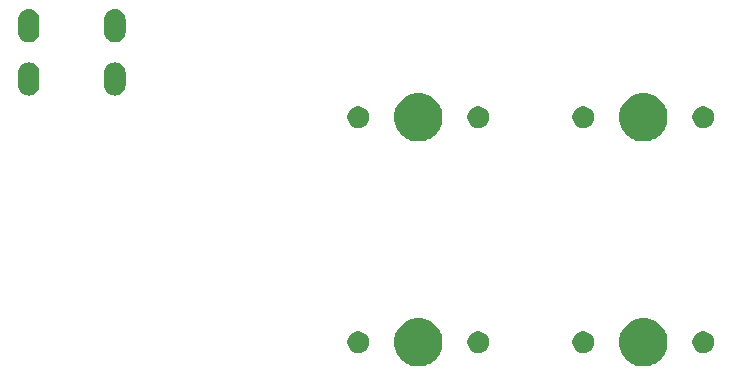
<source format=gts>
G04 #@! TF.GenerationSoftware,KiCad,Pcbnew,(5.1.4-0-10_14)*
G04 #@! TF.CreationDate,2021-03-21T04:54:58+00:00*
G04 #@! TF.ProjectId,aio3,61696f33-2e6b-4696-9361-645f70636258,rev?*
G04 #@! TF.SameCoordinates,Original*
G04 #@! TF.FileFunction,Soldermask,Top*
G04 #@! TF.FilePolarity,Negative*
%FSLAX46Y46*%
G04 Gerber Fmt 4.6, Leading zero omitted, Abs format (unit mm)*
G04 Created by KiCad (PCBNEW (5.1.4-0-10_14)) date 2021-03-21 04:54:58*
%MOMM*%
%LPD*%
G04 APERTURE LIST*
%ADD10C,0.100000*%
G04 APERTURE END LIST*
D10*
G36*
X131596974Y-88330684D02*
G01*
X131814974Y-88420983D01*
X131969123Y-88484833D01*
X132304048Y-88708623D01*
X132588877Y-88993452D01*
X132812667Y-89328377D01*
X132845062Y-89406586D01*
X132966816Y-89700526D01*
X133045400Y-90095594D01*
X133045400Y-90498406D01*
X132966816Y-90893474D01*
X132915951Y-91016272D01*
X132812667Y-91265623D01*
X132588877Y-91600548D01*
X132304048Y-91885377D01*
X131969123Y-92109167D01*
X131814974Y-92173017D01*
X131596974Y-92263316D01*
X131201906Y-92341900D01*
X130799094Y-92341900D01*
X130404026Y-92263316D01*
X130186026Y-92173017D01*
X130031877Y-92109167D01*
X129696952Y-91885377D01*
X129412123Y-91600548D01*
X129188333Y-91265623D01*
X129085049Y-91016272D01*
X129034184Y-90893474D01*
X128955600Y-90498406D01*
X128955600Y-90095594D01*
X129034184Y-89700526D01*
X129155938Y-89406586D01*
X129188333Y-89328377D01*
X129412123Y-88993452D01*
X129696952Y-88708623D01*
X130031877Y-88484833D01*
X130186026Y-88420983D01*
X130404026Y-88330684D01*
X130799094Y-88252100D01*
X131201906Y-88252100D01*
X131596974Y-88330684D01*
X131596974Y-88330684D01*
G37*
G36*
X112546974Y-88330684D02*
G01*
X112764974Y-88420983D01*
X112919123Y-88484833D01*
X113254048Y-88708623D01*
X113538877Y-88993452D01*
X113762667Y-89328377D01*
X113795062Y-89406586D01*
X113916816Y-89700526D01*
X113995400Y-90095594D01*
X113995400Y-90498406D01*
X113916816Y-90893474D01*
X113865951Y-91016272D01*
X113762667Y-91265623D01*
X113538877Y-91600548D01*
X113254048Y-91885377D01*
X112919123Y-92109167D01*
X112764974Y-92173017D01*
X112546974Y-92263316D01*
X112151906Y-92341900D01*
X111749094Y-92341900D01*
X111354026Y-92263316D01*
X111136026Y-92173017D01*
X110981877Y-92109167D01*
X110646952Y-91885377D01*
X110362123Y-91600548D01*
X110138333Y-91265623D01*
X110035049Y-91016272D01*
X109984184Y-90893474D01*
X109905600Y-90498406D01*
X109905600Y-90095594D01*
X109984184Y-89700526D01*
X110105938Y-89406586D01*
X110138333Y-89328377D01*
X110362123Y-88993452D01*
X110646952Y-88708623D01*
X110981877Y-88484833D01*
X111136026Y-88420983D01*
X111354026Y-88330684D01*
X111749094Y-88252100D01*
X112151906Y-88252100D01*
X112546974Y-88330684D01*
X112546974Y-88330684D01*
G37*
G36*
X136350604Y-89406585D02*
G01*
X136519126Y-89476389D01*
X136670791Y-89577728D01*
X136799772Y-89706709D01*
X136901111Y-89858374D01*
X136970915Y-90026896D01*
X137006500Y-90205797D01*
X137006500Y-90388203D01*
X136970915Y-90567104D01*
X136901111Y-90735626D01*
X136799772Y-90887291D01*
X136670791Y-91016272D01*
X136519126Y-91117611D01*
X136350604Y-91187415D01*
X136171703Y-91223000D01*
X135989297Y-91223000D01*
X135810396Y-91187415D01*
X135641874Y-91117611D01*
X135490209Y-91016272D01*
X135361228Y-90887291D01*
X135259889Y-90735626D01*
X135190085Y-90567104D01*
X135154500Y-90388203D01*
X135154500Y-90205797D01*
X135190085Y-90026896D01*
X135259889Y-89858374D01*
X135361228Y-89706709D01*
X135490209Y-89577728D01*
X135641874Y-89476389D01*
X135810396Y-89406585D01*
X135989297Y-89371000D01*
X136171703Y-89371000D01*
X136350604Y-89406585D01*
X136350604Y-89406585D01*
G37*
G36*
X126190604Y-89406585D02*
G01*
X126359126Y-89476389D01*
X126510791Y-89577728D01*
X126639772Y-89706709D01*
X126741111Y-89858374D01*
X126810915Y-90026896D01*
X126846500Y-90205797D01*
X126846500Y-90388203D01*
X126810915Y-90567104D01*
X126741111Y-90735626D01*
X126639772Y-90887291D01*
X126510791Y-91016272D01*
X126359126Y-91117611D01*
X126190604Y-91187415D01*
X126011703Y-91223000D01*
X125829297Y-91223000D01*
X125650396Y-91187415D01*
X125481874Y-91117611D01*
X125330209Y-91016272D01*
X125201228Y-90887291D01*
X125099889Y-90735626D01*
X125030085Y-90567104D01*
X124994500Y-90388203D01*
X124994500Y-90205797D01*
X125030085Y-90026896D01*
X125099889Y-89858374D01*
X125201228Y-89706709D01*
X125330209Y-89577728D01*
X125481874Y-89476389D01*
X125650396Y-89406585D01*
X125829297Y-89371000D01*
X126011703Y-89371000D01*
X126190604Y-89406585D01*
X126190604Y-89406585D01*
G37*
G36*
X117300604Y-89406585D02*
G01*
X117469126Y-89476389D01*
X117620791Y-89577728D01*
X117749772Y-89706709D01*
X117851111Y-89858374D01*
X117920915Y-90026896D01*
X117956500Y-90205797D01*
X117956500Y-90388203D01*
X117920915Y-90567104D01*
X117851111Y-90735626D01*
X117749772Y-90887291D01*
X117620791Y-91016272D01*
X117469126Y-91117611D01*
X117300604Y-91187415D01*
X117121703Y-91223000D01*
X116939297Y-91223000D01*
X116760396Y-91187415D01*
X116591874Y-91117611D01*
X116440209Y-91016272D01*
X116311228Y-90887291D01*
X116209889Y-90735626D01*
X116140085Y-90567104D01*
X116104500Y-90388203D01*
X116104500Y-90205797D01*
X116140085Y-90026896D01*
X116209889Y-89858374D01*
X116311228Y-89706709D01*
X116440209Y-89577728D01*
X116591874Y-89476389D01*
X116760396Y-89406585D01*
X116939297Y-89371000D01*
X117121703Y-89371000D01*
X117300604Y-89406585D01*
X117300604Y-89406585D01*
G37*
G36*
X107140604Y-89406585D02*
G01*
X107309126Y-89476389D01*
X107460791Y-89577728D01*
X107589772Y-89706709D01*
X107691111Y-89858374D01*
X107760915Y-90026896D01*
X107796500Y-90205797D01*
X107796500Y-90388203D01*
X107760915Y-90567104D01*
X107691111Y-90735626D01*
X107589772Y-90887291D01*
X107460791Y-91016272D01*
X107309126Y-91117611D01*
X107140604Y-91187415D01*
X106961703Y-91223000D01*
X106779297Y-91223000D01*
X106600396Y-91187415D01*
X106431874Y-91117611D01*
X106280209Y-91016272D01*
X106151228Y-90887291D01*
X106049889Y-90735626D01*
X105980085Y-90567104D01*
X105944500Y-90388203D01*
X105944500Y-90205797D01*
X105980085Y-90026896D01*
X106049889Y-89858374D01*
X106151228Y-89706709D01*
X106280209Y-89577728D01*
X106431874Y-89476389D01*
X106600396Y-89406585D01*
X106779297Y-89371000D01*
X106961703Y-89371000D01*
X107140604Y-89406585D01*
X107140604Y-89406585D01*
G37*
G36*
X131596974Y-69280684D02*
G01*
X131814974Y-69370983D01*
X131969123Y-69434833D01*
X132304048Y-69658623D01*
X132588877Y-69943452D01*
X132812667Y-70278377D01*
X132845062Y-70356586D01*
X132966816Y-70650526D01*
X133045400Y-71045594D01*
X133045400Y-71448406D01*
X132966816Y-71843474D01*
X132915951Y-71966272D01*
X132812667Y-72215623D01*
X132588877Y-72550548D01*
X132304048Y-72835377D01*
X131969123Y-73059167D01*
X131814974Y-73123017D01*
X131596974Y-73213316D01*
X131201906Y-73291900D01*
X130799094Y-73291900D01*
X130404026Y-73213316D01*
X130186026Y-73123017D01*
X130031877Y-73059167D01*
X129696952Y-72835377D01*
X129412123Y-72550548D01*
X129188333Y-72215623D01*
X129085049Y-71966272D01*
X129034184Y-71843474D01*
X128955600Y-71448406D01*
X128955600Y-71045594D01*
X129034184Y-70650526D01*
X129155938Y-70356586D01*
X129188333Y-70278377D01*
X129412123Y-69943452D01*
X129696952Y-69658623D01*
X130031877Y-69434833D01*
X130186026Y-69370983D01*
X130404026Y-69280684D01*
X130799094Y-69202100D01*
X131201906Y-69202100D01*
X131596974Y-69280684D01*
X131596974Y-69280684D01*
G37*
G36*
X112546974Y-69280684D02*
G01*
X112764974Y-69370983D01*
X112919123Y-69434833D01*
X113254048Y-69658623D01*
X113538877Y-69943452D01*
X113762667Y-70278377D01*
X113795062Y-70356586D01*
X113916816Y-70650526D01*
X113995400Y-71045594D01*
X113995400Y-71448406D01*
X113916816Y-71843474D01*
X113865951Y-71966272D01*
X113762667Y-72215623D01*
X113538877Y-72550548D01*
X113254048Y-72835377D01*
X112919123Y-73059167D01*
X112764974Y-73123017D01*
X112546974Y-73213316D01*
X112151906Y-73291900D01*
X111749094Y-73291900D01*
X111354026Y-73213316D01*
X111136026Y-73123017D01*
X110981877Y-73059167D01*
X110646952Y-72835377D01*
X110362123Y-72550548D01*
X110138333Y-72215623D01*
X110035049Y-71966272D01*
X109984184Y-71843474D01*
X109905600Y-71448406D01*
X109905600Y-71045594D01*
X109984184Y-70650526D01*
X110105938Y-70356586D01*
X110138333Y-70278377D01*
X110362123Y-69943452D01*
X110646952Y-69658623D01*
X110981877Y-69434833D01*
X111136026Y-69370983D01*
X111354026Y-69280684D01*
X111749094Y-69202100D01*
X112151906Y-69202100D01*
X112546974Y-69280684D01*
X112546974Y-69280684D01*
G37*
G36*
X117300604Y-70356585D02*
G01*
X117469126Y-70426389D01*
X117620791Y-70527728D01*
X117749772Y-70656709D01*
X117851111Y-70808374D01*
X117920915Y-70976896D01*
X117956500Y-71155797D01*
X117956500Y-71338203D01*
X117920915Y-71517104D01*
X117851111Y-71685626D01*
X117749772Y-71837291D01*
X117620791Y-71966272D01*
X117469126Y-72067611D01*
X117300604Y-72137415D01*
X117121703Y-72173000D01*
X116939297Y-72173000D01*
X116760396Y-72137415D01*
X116591874Y-72067611D01*
X116440209Y-71966272D01*
X116311228Y-71837291D01*
X116209889Y-71685626D01*
X116140085Y-71517104D01*
X116104500Y-71338203D01*
X116104500Y-71155797D01*
X116140085Y-70976896D01*
X116209889Y-70808374D01*
X116311228Y-70656709D01*
X116440209Y-70527728D01*
X116591874Y-70426389D01*
X116760396Y-70356585D01*
X116939297Y-70321000D01*
X117121703Y-70321000D01*
X117300604Y-70356585D01*
X117300604Y-70356585D01*
G37*
G36*
X126190604Y-70356585D02*
G01*
X126359126Y-70426389D01*
X126510791Y-70527728D01*
X126639772Y-70656709D01*
X126741111Y-70808374D01*
X126810915Y-70976896D01*
X126846500Y-71155797D01*
X126846500Y-71338203D01*
X126810915Y-71517104D01*
X126741111Y-71685626D01*
X126639772Y-71837291D01*
X126510791Y-71966272D01*
X126359126Y-72067611D01*
X126190604Y-72137415D01*
X126011703Y-72173000D01*
X125829297Y-72173000D01*
X125650396Y-72137415D01*
X125481874Y-72067611D01*
X125330209Y-71966272D01*
X125201228Y-71837291D01*
X125099889Y-71685626D01*
X125030085Y-71517104D01*
X124994500Y-71338203D01*
X124994500Y-71155797D01*
X125030085Y-70976896D01*
X125099889Y-70808374D01*
X125201228Y-70656709D01*
X125330209Y-70527728D01*
X125481874Y-70426389D01*
X125650396Y-70356585D01*
X125829297Y-70321000D01*
X126011703Y-70321000D01*
X126190604Y-70356585D01*
X126190604Y-70356585D01*
G37*
G36*
X136350604Y-70356585D02*
G01*
X136519126Y-70426389D01*
X136670791Y-70527728D01*
X136799772Y-70656709D01*
X136901111Y-70808374D01*
X136970915Y-70976896D01*
X137006500Y-71155797D01*
X137006500Y-71338203D01*
X136970915Y-71517104D01*
X136901111Y-71685626D01*
X136799772Y-71837291D01*
X136670791Y-71966272D01*
X136519126Y-72067611D01*
X136350604Y-72137415D01*
X136171703Y-72173000D01*
X135989297Y-72173000D01*
X135810396Y-72137415D01*
X135641874Y-72067611D01*
X135490209Y-71966272D01*
X135361228Y-71837291D01*
X135259889Y-71685626D01*
X135190085Y-71517104D01*
X135154500Y-71338203D01*
X135154500Y-71155797D01*
X135190085Y-70976896D01*
X135259889Y-70808374D01*
X135361228Y-70656709D01*
X135490209Y-70527728D01*
X135641874Y-70426389D01*
X135810396Y-70356585D01*
X135989297Y-70321000D01*
X136171703Y-70321000D01*
X136350604Y-70356585D01*
X136350604Y-70356585D01*
G37*
G36*
X107140604Y-70356585D02*
G01*
X107309126Y-70426389D01*
X107460791Y-70527728D01*
X107589772Y-70656709D01*
X107691111Y-70808374D01*
X107760915Y-70976896D01*
X107796500Y-71155797D01*
X107796500Y-71338203D01*
X107760915Y-71517104D01*
X107691111Y-71685626D01*
X107589772Y-71837291D01*
X107460791Y-71966272D01*
X107309126Y-72067611D01*
X107140604Y-72137415D01*
X106961703Y-72173000D01*
X106779297Y-72173000D01*
X106600396Y-72137415D01*
X106431874Y-72067611D01*
X106280209Y-71966272D01*
X106151228Y-71837291D01*
X106049889Y-71685626D01*
X105980085Y-71517104D01*
X105944500Y-71338203D01*
X105944500Y-71155797D01*
X105980085Y-70976896D01*
X106049889Y-70808374D01*
X106151228Y-70656709D01*
X106280209Y-70527728D01*
X106431874Y-70426389D01*
X106600396Y-70356585D01*
X106779297Y-70321000D01*
X106961703Y-70321000D01*
X107140604Y-70356585D01*
X107140604Y-70356585D01*
G37*
G36*
X86440127Y-66612037D02*
G01*
X86609966Y-66663557D01*
X86766491Y-66747222D01*
X86802229Y-66776552D01*
X86903686Y-66859814D01*
X86986948Y-66961271D01*
X87016278Y-66997009D01*
X87099943Y-67153534D01*
X87151463Y-67323373D01*
X87164500Y-67455742D01*
X87164500Y-68544258D01*
X87151463Y-68676627D01*
X87099943Y-68846466D01*
X87016278Y-69002991D01*
X86986948Y-69038729D01*
X86903686Y-69140186D01*
X86766489Y-69252779D01*
X86609967Y-69336442D01*
X86609965Y-69336443D01*
X86440126Y-69387963D01*
X86263500Y-69405359D01*
X86086873Y-69387963D01*
X85917034Y-69336443D01*
X85760509Y-69252778D01*
X85698758Y-69202100D01*
X85623314Y-69140186D01*
X85510721Y-69002989D01*
X85427058Y-68846467D01*
X85427057Y-68846465D01*
X85375537Y-68676626D01*
X85362500Y-68544257D01*
X85362501Y-67455742D01*
X85375538Y-67323373D01*
X85427058Y-67153534D01*
X85510723Y-66997009D01*
X85540053Y-66961271D01*
X85623315Y-66859814D01*
X85724772Y-66776552D01*
X85760510Y-66747222D01*
X85917035Y-66663557D01*
X86086874Y-66612037D01*
X86263500Y-66594641D01*
X86440127Y-66612037D01*
X86440127Y-66612037D01*
G37*
G36*
X79140127Y-66612037D02*
G01*
X79309966Y-66663557D01*
X79466491Y-66747222D01*
X79502229Y-66776552D01*
X79603686Y-66859814D01*
X79686948Y-66961271D01*
X79716278Y-66997009D01*
X79799943Y-67153534D01*
X79851463Y-67323373D01*
X79864500Y-67455742D01*
X79864500Y-68544258D01*
X79851463Y-68676627D01*
X79799943Y-68846466D01*
X79716278Y-69002991D01*
X79686948Y-69038729D01*
X79603686Y-69140186D01*
X79466489Y-69252779D01*
X79309967Y-69336442D01*
X79309965Y-69336443D01*
X79140126Y-69387963D01*
X78963500Y-69405359D01*
X78786873Y-69387963D01*
X78617034Y-69336443D01*
X78460509Y-69252778D01*
X78398758Y-69202100D01*
X78323314Y-69140186D01*
X78210721Y-69002989D01*
X78127058Y-68846467D01*
X78127057Y-68846465D01*
X78075537Y-68676626D01*
X78062500Y-68544257D01*
X78062501Y-67455742D01*
X78075538Y-67323373D01*
X78127058Y-67153534D01*
X78210723Y-66997009D01*
X78240053Y-66961271D01*
X78323315Y-66859814D01*
X78424772Y-66776552D01*
X78460510Y-66747222D01*
X78617035Y-66663557D01*
X78786874Y-66612037D01*
X78963500Y-66594641D01*
X79140127Y-66612037D01*
X79140127Y-66612037D01*
G37*
G36*
X86440127Y-62112037D02*
G01*
X86609966Y-62163557D01*
X86766491Y-62247222D01*
X86802229Y-62276552D01*
X86903686Y-62359814D01*
X86986948Y-62461271D01*
X87016278Y-62497009D01*
X87099943Y-62653534D01*
X87151463Y-62823373D01*
X87164500Y-62955742D01*
X87164500Y-64044258D01*
X87151463Y-64176627D01*
X87099943Y-64346466D01*
X87016278Y-64502991D01*
X86986948Y-64538729D01*
X86903686Y-64640186D01*
X86766489Y-64752779D01*
X86609967Y-64836442D01*
X86609965Y-64836443D01*
X86440126Y-64887963D01*
X86263500Y-64905359D01*
X86086873Y-64887963D01*
X85917034Y-64836443D01*
X85760509Y-64752778D01*
X85724771Y-64723448D01*
X85623314Y-64640186D01*
X85510721Y-64502989D01*
X85427058Y-64346467D01*
X85427057Y-64346465D01*
X85375537Y-64176626D01*
X85362500Y-64044257D01*
X85362501Y-62955742D01*
X85375538Y-62823373D01*
X85427058Y-62653534D01*
X85510723Y-62497009D01*
X85540053Y-62461271D01*
X85623315Y-62359814D01*
X85724772Y-62276552D01*
X85760510Y-62247222D01*
X85917035Y-62163557D01*
X86086874Y-62112037D01*
X86263500Y-62094641D01*
X86440127Y-62112037D01*
X86440127Y-62112037D01*
G37*
G36*
X79140127Y-62112037D02*
G01*
X79309966Y-62163557D01*
X79466491Y-62247222D01*
X79502229Y-62276552D01*
X79603686Y-62359814D01*
X79686948Y-62461271D01*
X79716278Y-62497009D01*
X79799943Y-62653534D01*
X79851463Y-62823373D01*
X79864500Y-62955742D01*
X79864500Y-64044258D01*
X79851463Y-64176627D01*
X79799943Y-64346466D01*
X79716278Y-64502991D01*
X79686948Y-64538729D01*
X79603686Y-64640186D01*
X79466489Y-64752779D01*
X79309967Y-64836442D01*
X79309965Y-64836443D01*
X79140126Y-64887963D01*
X78963500Y-64905359D01*
X78786873Y-64887963D01*
X78617034Y-64836443D01*
X78460509Y-64752778D01*
X78424771Y-64723448D01*
X78323314Y-64640186D01*
X78210721Y-64502989D01*
X78127058Y-64346467D01*
X78127057Y-64346465D01*
X78075537Y-64176626D01*
X78062500Y-64044257D01*
X78062501Y-62955742D01*
X78075538Y-62823373D01*
X78127058Y-62653534D01*
X78210723Y-62497009D01*
X78240053Y-62461271D01*
X78323315Y-62359814D01*
X78424772Y-62276552D01*
X78460510Y-62247222D01*
X78617035Y-62163557D01*
X78786874Y-62112037D01*
X78963500Y-62094641D01*
X79140127Y-62112037D01*
X79140127Y-62112037D01*
G37*
M02*

</source>
